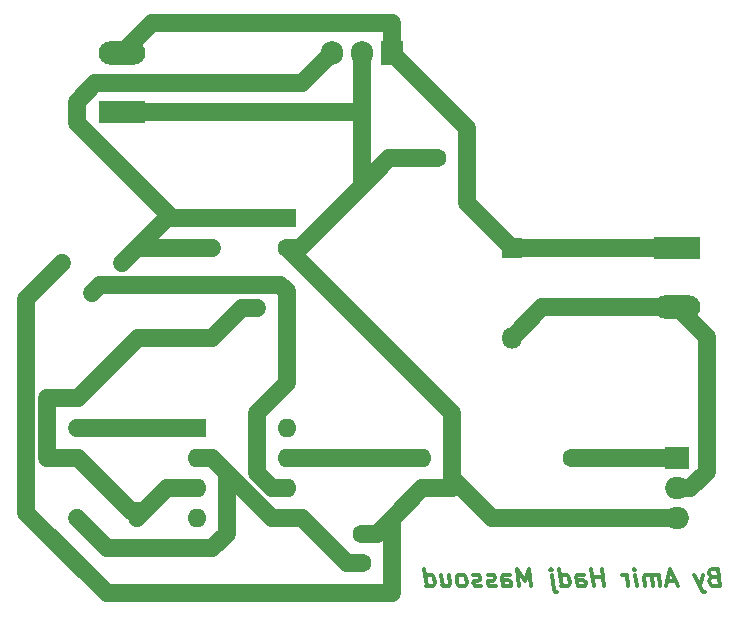
<source format=gbr>
%TF.GenerationSoftware,KiCad,Pcbnew,(5.1.6)-1*%
%TF.CreationDate,2021-02-01T23:58:10+01:00*%
%TF.ProjectId,TEST,54455354-2e6b-4696-9361-645f70636258,rev?*%
%TF.SameCoordinates,Original*%
%TF.FileFunction,Copper,L2,Bot*%
%TF.FilePolarity,Positive*%
%FSLAX46Y46*%
G04 Gerber Fmt 4.6, Leading zero omitted, Abs format (unit mm)*
G04 Created by KiCad (PCBNEW (5.1.6)-1) date 2021-02-01 23:58:10*
%MOMM*%
%LPD*%
G01*
G04 APERTURE LIST*
%TA.AperFunction,NonConductor*%
%ADD10C,0.300000*%
%TD*%
%TA.AperFunction,ComponentPad*%
%ADD11C,1.440000*%
%TD*%
%TA.AperFunction,ComponentPad*%
%ADD12R,1.600000X1.600000*%
%TD*%
%TA.AperFunction,ComponentPad*%
%ADD13C,1.600000*%
%TD*%
%TA.AperFunction,ComponentPad*%
%ADD14R,1.800000X1.800000*%
%TD*%
%TA.AperFunction,ComponentPad*%
%ADD15O,1.800000X1.800000*%
%TD*%
%TA.AperFunction,ComponentPad*%
%ADD16R,3.960000X1.980000*%
%TD*%
%TA.AperFunction,ComponentPad*%
%ADD17O,3.960000X1.980000*%
%TD*%
%TA.AperFunction,ComponentPad*%
%ADD18O,2.000000X1.905000*%
%TD*%
%TA.AperFunction,ComponentPad*%
%ADD19R,2.000000X1.905000*%
%TD*%
%TA.AperFunction,ComponentPad*%
%ADD20O,1.400000X1.400000*%
%TD*%
%TA.AperFunction,ComponentPad*%
%ADD21C,1.400000*%
%TD*%
%TA.AperFunction,ComponentPad*%
%ADD22O,1.600000X1.600000*%
%TD*%
%TA.AperFunction,ComponentPad*%
%ADD23R,1.905000X2.000000*%
%TD*%
%TA.AperFunction,ComponentPad*%
%ADD24O,1.905000X2.000000*%
%TD*%
%TA.AperFunction,Conductor*%
%ADD25C,1.500000*%
%TD*%
G04 APERTURE END LIST*
D10*
X156766428Y-110382857D02*
X156561071Y-110454285D01*
X156498571Y-110525714D01*
X156445000Y-110668571D01*
X156471785Y-110882857D01*
X156561071Y-111025714D01*
X156641428Y-111097142D01*
X156793214Y-111168571D01*
X157364642Y-111168571D01*
X157177142Y-109668571D01*
X156677142Y-109668571D01*
X156543214Y-109740000D01*
X156480714Y-109811428D01*
X156427142Y-109954285D01*
X156445000Y-110097142D01*
X156534285Y-110240000D01*
X156614642Y-110311428D01*
X156766428Y-110382857D01*
X157266428Y-110382857D01*
X155882500Y-110168571D02*
X155650357Y-111168571D01*
X155168214Y-110168571D02*
X155650357Y-111168571D01*
X155837857Y-111525714D01*
X155918214Y-111597142D01*
X156070000Y-111668571D01*
X153596785Y-110740000D02*
X152882500Y-110740000D01*
X153793214Y-111168571D02*
X153105714Y-109668571D01*
X152793214Y-111168571D01*
X152293214Y-111168571D02*
X152168214Y-110168571D01*
X152186071Y-110311428D02*
X152105714Y-110240000D01*
X151953928Y-110168571D01*
X151739642Y-110168571D01*
X151605714Y-110240000D01*
X151552142Y-110382857D01*
X151650357Y-111168571D01*
X151552142Y-110382857D02*
X151462857Y-110240000D01*
X151311071Y-110168571D01*
X151096785Y-110168571D01*
X150962857Y-110240000D01*
X150909285Y-110382857D01*
X151007500Y-111168571D01*
X150293214Y-111168571D02*
X150168214Y-110168571D01*
X150105714Y-109668571D02*
X150186071Y-109740000D01*
X150123571Y-109811428D01*
X150043214Y-109740000D01*
X150105714Y-109668571D01*
X150123571Y-109811428D01*
X149578928Y-111168571D02*
X149453928Y-110168571D01*
X149489642Y-110454285D02*
X149400357Y-110311428D01*
X149320000Y-110240000D01*
X149168214Y-110168571D01*
X149025357Y-110168571D01*
X147507500Y-111168571D02*
X147320000Y-109668571D01*
X147409285Y-110382857D02*
X146552142Y-110382857D01*
X146650357Y-111168571D02*
X146462857Y-109668571D01*
X145293214Y-111168571D02*
X145195000Y-110382857D01*
X145248571Y-110240000D01*
X145382500Y-110168571D01*
X145668214Y-110168571D01*
X145820000Y-110240000D01*
X145284285Y-111097142D02*
X145436071Y-111168571D01*
X145793214Y-111168571D01*
X145927142Y-111097142D01*
X145980714Y-110954285D01*
X145962857Y-110811428D01*
X145873571Y-110668571D01*
X145721785Y-110597142D01*
X145364642Y-110597142D01*
X145212857Y-110525714D01*
X143936071Y-111168571D02*
X143748571Y-109668571D01*
X143927142Y-111097142D02*
X144078928Y-111168571D01*
X144364642Y-111168571D01*
X144498571Y-111097142D01*
X144561071Y-111025714D01*
X144614642Y-110882857D01*
X144561071Y-110454285D01*
X144471785Y-110311428D01*
X144391428Y-110240000D01*
X144239642Y-110168571D01*
X143953928Y-110168571D01*
X143820000Y-110240000D01*
X143096785Y-110168571D02*
X143257500Y-111454285D01*
X143346785Y-111597142D01*
X143498571Y-111668571D01*
X143570000Y-111668571D01*
X143034285Y-109668571D02*
X143114642Y-109740000D01*
X143052142Y-109811428D01*
X142971785Y-109740000D01*
X143034285Y-109668571D01*
X143052142Y-109811428D01*
X141364642Y-111168571D02*
X141177142Y-109668571D01*
X140811071Y-110740000D01*
X140177142Y-109668571D01*
X140364642Y-111168571D01*
X139007500Y-111168571D02*
X138909285Y-110382857D01*
X138962857Y-110240000D01*
X139096785Y-110168571D01*
X139382500Y-110168571D01*
X139534285Y-110240000D01*
X138998571Y-111097142D02*
X139150357Y-111168571D01*
X139507500Y-111168571D01*
X139641428Y-111097142D01*
X139695000Y-110954285D01*
X139677142Y-110811428D01*
X139587857Y-110668571D01*
X139436071Y-110597142D01*
X139078928Y-110597142D01*
X138927142Y-110525714D01*
X138355714Y-111097142D02*
X138221785Y-111168571D01*
X137936071Y-111168571D01*
X137784285Y-111097142D01*
X137695000Y-110954285D01*
X137686071Y-110882857D01*
X137739642Y-110740000D01*
X137873571Y-110668571D01*
X138087857Y-110668571D01*
X138221785Y-110597142D01*
X138275357Y-110454285D01*
X138266428Y-110382857D01*
X138177142Y-110240000D01*
X138025357Y-110168571D01*
X137811071Y-110168571D01*
X137677142Y-110240000D01*
X137141428Y-111097142D02*
X137007500Y-111168571D01*
X136721785Y-111168571D01*
X136570000Y-111097142D01*
X136480714Y-110954285D01*
X136471785Y-110882857D01*
X136525357Y-110740000D01*
X136659285Y-110668571D01*
X136873571Y-110668571D01*
X137007500Y-110597142D01*
X137061071Y-110454285D01*
X137052142Y-110382857D01*
X136962857Y-110240000D01*
X136811071Y-110168571D01*
X136596785Y-110168571D01*
X136462857Y-110240000D01*
X135650357Y-111168571D02*
X135784285Y-111097142D01*
X135846785Y-111025714D01*
X135900357Y-110882857D01*
X135846785Y-110454285D01*
X135757500Y-110311428D01*
X135677142Y-110240000D01*
X135525357Y-110168571D01*
X135311071Y-110168571D01*
X135177142Y-110240000D01*
X135114642Y-110311428D01*
X135061071Y-110454285D01*
X135114642Y-110882857D01*
X135203928Y-111025714D01*
X135284285Y-111097142D01*
X135436071Y-111168571D01*
X135650357Y-111168571D01*
X133739642Y-110168571D02*
X133864642Y-111168571D01*
X134382500Y-110168571D02*
X134480714Y-110954285D01*
X134427142Y-111097142D01*
X134293214Y-111168571D01*
X134078928Y-111168571D01*
X133927142Y-111097142D01*
X133846785Y-111025714D01*
X132507500Y-111168571D02*
X132320000Y-109668571D01*
X132498571Y-111097142D02*
X132650357Y-111168571D01*
X132936071Y-111168571D01*
X133070000Y-111097142D01*
X133132500Y-111025714D01*
X133186071Y-110882857D01*
X133132500Y-110454285D01*
X133043214Y-110311428D01*
X132962857Y-110240000D01*
X132811071Y-110168571D01*
X132525357Y-110168571D01*
X132391428Y-110240000D01*
D11*
%TO.P,RV1,3*%
%TO.N,GND*%
X101600000Y-83820000D03*
%TO.P,RV1,2*%
%TO.N,Net-(RV1-Pad2)*%
X104140000Y-86360000D03*
%TO.P,RV1,1*%
%TO.N,+5C*%
X106680000Y-83820000D03*
%TD*%
D12*
%TO.P,C1,1*%
%TO.N,+12C*%
X135890000Y-74930000D03*
D13*
%TO.P,C1,2*%
%TO.N,GND*%
X133390000Y-74930000D03*
%TD*%
%TO.P,C2,1*%
%TO.N,Net-(C2-Pad1)*%
X127000000Y-109220000D03*
%TO.P,C2,2*%
%TO.N,GND*%
X127000000Y-106720000D03*
%TD*%
%TO.P,C3,2*%
%TO.N,GND*%
X120650000Y-82510000D03*
D12*
%TO.P,C3,1*%
%TO.N,+5C*%
X120650000Y-80010000D03*
%TD*%
D14*
%TO.P,D1,1*%
%TO.N,+12C*%
X139700000Y-82550000D03*
D15*
%TO.P,D1,2*%
%TO.N,Net-(D1-Pad2)*%
X139700000Y-90170000D03*
%TD*%
D16*
%TO.P,J1,1*%
%TO.N,GND*%
X106680000Y-71040000D03*
D17*
%TO.P,J1,2*%
%TO.N,+12C*%
X106680000Y-66040000D03*
%TD*%
%TO.P,J2,2*%
%TO.N,Net-(D1-Pad2)*%
X153670000Y-87550000D03*
D16*
%TO.P,J2,1*%
%TO.N,+12C*%
X153670000Y-82550000D03*
%TD*%
D18*
%TO.P,Q1,3*%
%TO.N,GND*%
X153670000Y-105410000D03*
%TO.P,Q1,2*%
%TO.N,Net-(D1-Pad2)*%
X153670000Y-102870000D03*
D19*
%TO.P,Q1,1*%
%TO.N,Net-(Q1-Pad1)*%
X153670000Y-100330000D03*
%TD*%
D20*
%TO.P,R1,2*%
%TO.N,Net-(R1-Pad2)*%
X114300000Y-90170000D03*
D21*
%TO.P,R1,1*%
%TO.N,+5C*%
X114300000Y-82550000D03*
%TD*%
%TO.P,R2,1*%
%TO.N,Net-(R1-Pad2)*%
X118110000Y-87630000D03*
D20*
%TO.P,R2,2*%
%TO.N,GND*%
X125730000Y-87630000D03*
%TD*%
D21*
%TO.P,R3,1*%
%TO.N,Net-(R1-Pad2)*%
X107950000Y-105410000D03*
D20*
%TO.P,R3,2*%
%TO.N,Net-(R3-Pad2)*%
X107950000Y-97790000D03*
%TD*%
%TO.P,R4,2*%
%TO.N,Net-(C2-Pad1)*%
X102870000Y-105410000D03*
D21*
%TO.P,R4,1*%
%TO.N,Net-(R3-Pad2)*%
X102870000Y-97790000D03*
%TD*%
D13*
%TO.P,R5,1*%
%TO.N,Net-(Q1-Pad1)*%
X144780000Y-100330000D03*
D22*
%TO.P,R5,2*%
%TO.N,Net-(R5-Pad2)*%
X132080000Y-100330000D03*
%TD*%
D23*
%TO.P,U1,1*%
%TO.N,+12C*%
X129540000Y-66040000D03*
D24*
%TO.P,U1,2*%
%TO.N,GND*%
X127000000Y-66040000D03*
%TO.P,U1,3*%
%TO.N,+5C*%
X124460000Y-66040000D03*
%TD*%
D12*
%TO.P,U2,1*%
%TO.N,Net-(R3-Pad2)*%
X113030000Y-97790000D03*
D22*
%TO.P,U2,5*%
%TO.N,Net-(C2-Pad1)*%
X120650000Y-105410000D03*
%TO.P,U2,2*%
X113030000Y-100330000D03*
%TO.P,U2,6*%
%TO.N,Net-(RV1-Pad2)*%
X120650000Y-102870000D03*
%TO.P,U2,3*%
%TO.N,Net-(R1-Pad2)*%
X113030000Y-102870000D03*
%TO.P,U2,7*%
%TO.N,Net-(R5-Pad2)*%
X120650000Y-100330000D03*
%TO.P,U2,4*%
%TO.N,N/C*%
X113030000Y-105410000D03*
%TO.P,U2,8*%
X120650000Y-97790000D03*
%TD*%
D25*
%TO.N,+12C*%
X135890000Y-78740000D02*
X139700000Y-82550000D01*
X135890000Y-74930000D02*
X135890000Y-78740000D01*
X139700000Y-82550000D02*
X153670000Y-82550000D01*
X109220000Y-63500000D02*
X106680000Y-66040000D01*
X129540000Y-66040000D02*
X129540000Y-63500000D01*
X129540000Y-63500000D02*
X109220000Y-63500000D01*
X135890000Y-72390000D02*
X135890000Y-74930000D01*
X129540000Y-66040000D02*
X135890000Y-72390000D01*
%TO.N,Net-(C2-Pad1)*%
X115570000Y-106705001D02*
X115570000Y-101600000D01*
X114325001Y-107950000D02*
X115570000Y-106705001D01*
X102870000Y-105410000D02*
X105410000Y-107950000D01*
X105410000Y-107950000D02*
X114325001Y-107950000D01*
X114300000Y-100330000D02*
X115570000Y-101600000D01*
X113030000Y-100330000D02*
X114300000Y-100330000D01*
X119380000Y-105410000D02*
X120650000Y-105410000D01*
X115570000Y-101600000D02*
X119380000Y-105410000D01*
X125730000Y-109220000D02*
X127000000Y-109220000D01*
X120650000Y-105410000D02*
X121920000Y-105410000D01*
X121920000Y-105410000D02*
X125730000Y-109220000D01*
%TO.N,GND*%
X127000000Y-70941370D02*
X127000000Y-66040000D01*
X106680000Y-71040000D02*
X126901370Y-71040000D01*
X126901370Y-71040000D02*
X127000000Y-70941370D01*
X121781370Y-82510000D02*
X127000000Y-77291370D01*
X120650000Y-82510000D02*
X121781370Y-82510000D01*
X127000000Y-71138630D02*
X126901370Y-71040000D01*
X127000000Y-77291370D02*
X127000000Y-71138630D01*
X129361370Y-74930000D02*
X127000000Y-77291370D01*
X120650000Y-82550000D02*
X125730000Y-87630000D01*
X120650000Y-82510000D02*
X120650000Y-82550000D01*
X128280002Y-106720000D02*
X127000000Y-106720000D01*
X127000000Y-65841945D02*
X127000000Y-66040000D01*
X133390000Y-74930000D02*
X129361370Y-74930000D01*
X129565001Y-105435001D02*
X128280002Y-106720000D01*
X132130002Y-102870000D02*
X129565001Y-105435001D01*
X134620000Y-102870000D02*
X132130002Y-102870000D01*
X134620000Y-101960000D02*
X138070000Y-105410000D01*
X125730000Y-87630000D02*
X134620000Y-96520000D01*
X138070000Y-105410000D02*
X153670000Y-105410000D01*
X134620000Y-96520000D02*
X134620000Y-101960000D01*
X98629989Y-86790011D02*
X98629989Y-104979989D01*
X101600000Y-83820000D02*
X98629989Y-86790011D01*
X129540000Y-111760000D02*
X129540000Y-105460002D01*
X98629989Y-104979989D02*
X105410000Y-111760000D01*
X129540000Y-105460002D02*
X129565001Y-105435001D01*
X105410000Y-111760000D02*
X129540000Y-111760000D01*
%TO.N,+5C*%
X107950000Y-82550000D02*
X106680000Y-83820000D01*
X114300000Y-82550000D02*
X107950000Y-82550000D01*
X120650000Y-80010000D02*
X110969998Y-80010000D01*
X110490000Y-80010000D02*
X107950000Y-82550000D01*
X110969998Y-80010000D02*
X110490000Y-80010000D01*
X104459998Y-68580000D02*
X121920000Y-68580000D01*
X121920000Y-68580000D02*
X124460000Y-66040000D01*
X102870000Y-70169998D02*
X104459998Y-68580000D01*
X110969998Y-80010000D02*
X102870000Y-71910002D01*
X102870000Y-71910002D02*
X102870000Y-70169998D01*
%TO.N,Net-(D1-Pad2)*%
X142320000Y-87550000D02*
X139700000Y-90170000D01*
X153670000Y-87550000D02*
X142320000Y-87550000D01*
X156210000Y-101452502D02*
X154792502Y-102870000D01*
X153670000Y-87550000D02*
X156210000Y-90090000D01*
X154792502Y-102870000D02*
X153670000Y-102870000D01*
X156210000Y-90090000D02*
X156210000Y-101452502D01*
%TO.N,Net-(Q1-Pad1)*%
X144780000Y-100330000D02*
X153670000Y-100330000D01*
%TO.N,Net-(R1-Pad2)*%
X110625823Y-102870000D02*
X113030000Y-102870000D01*
X110490000Y-102870000D02*
X110625823Y-102870000D01*
X116840000Y-87630000D02*
X114300000Y-90170000D01*
X118110000Y-87630000D02*
X116840000Y-87630000D01*
X108585000Y-104775000D02*
X110490000Y-102870000D01*
X107950000Y-105410000D02*
X108585000Y-104775000D01*
X103005823Y-100330000D02*
X107450823Y-104775000D01*
X100330000Y-100330000D02*
X103005823Y-100330000D01*
X107450823Y-104775000D02*
X108585000Y-104775000D01*
X108085823Y-90170000D02*
X103005823Y-95250000D01*
X114300000Y-90170000D02*
X108085823Y-90170000D01*
X103005823Y-95250000D02*
X100330000Y-95250000D01*
X100330000Y-95250000D02*
X100330000Y-100330000D01*
%TO.N,Net-(R3-Pad2)*%
X113030000Y-97790000D02*
X107950000Y-97790000D01*
X102870000Y-97790000D02*
X107950000Y-97790000D01*
%TO.N,Net-(R5-Pad2)*%
X120650000Y-100330000D02*
X132080000Y-100330000D01*
%TO.N,Net-(RV1-Pad2)*%
X119380000Y-102870000D02*
X120650000Y-102870000D01*
X118110000Y-101600000D02*
X119380000Y-102870000D01*
X118110000Y-96520000D02*
X118110000Y-101600000D01*
X104859999Y-85640001D02*
X120099999Y-85640001D01*
X120650000Y-86190002D02*
X120650000Y-93980000D01*
X120650000Y-93980000D02*
X118110000Y-96520000D01*
X104140000Y-86360000D02*
X104859999Y-85640001D01*
X120099999Y-85640001D02*
X120650000Y-86190002D01*
%TD*%
M02*

</source>
